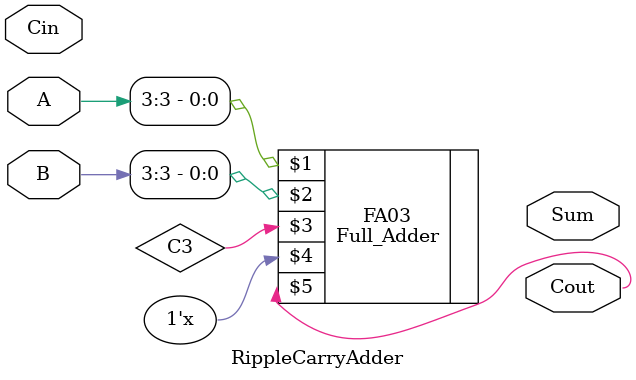
<source format=v>
module RippleCarryAdder(A,B,Cin,Sum,Cout);
  input [3:0] A,B;
  input Cin;
  output Cout;
  output [3:0] Sum;
  
  wire C0,C1,C2;
  
  Full_Adder FA0(A[0],B[0],Cin,sum[0],C0);
  Full_Adder FA1(A[1],B[1],C0,sum[1],C1);
  Full_Adder FA2(A[2],B[2],C1,sum[2],C2);
  Full_Adder FA03(A[3],B[3],C3,sum[3],Cout);
  
endmodule

</source>
